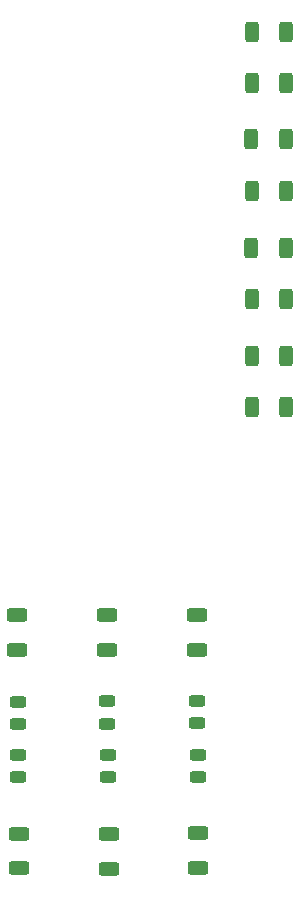
<source format=gbr>
%TF.GenerationSoftware,KiCad,Pcbnew,7.0.6-0*%
%TF.CreationDate,2023-09-22T13:52:59-04:00*%
%TF.ProjectId,SurfaceMounted,53757266-6163-4654-9d6f-756e7465642e,rev?*%
%TF.SameCoordinates,Original*%
%TF.FileFunction,Paste,Top*%
%TF.FilePolarity,Positive*%
%FSLAX46Y46*%
G04 Gerber Fmt 4.6, Leading zero omitted, Abs format (unit mm)*
G04 Created by KiCad (PCBNEW 7.0.6-0) date 2023-09-22 13:52:59*
%MOMM*%
%LPD*%
G01*
G04 APERTURE LIST*
G04 Aperture macros list*
%AMRoundRect*
0 Rectangle with rounded corners*
0 $1 Rounding radius*
0 $2 $3 $4 $5 $6 $7 $8 $9 X,Y pos of 4 corners*
0 Add a 4 corners polygon primitive as box body*
4,1,4,$2,$3,$4,$5,$6,$7,$8,$9,$2,$3,0*
0 Add four circle primitives for the rounded corners*
1,1,$1+$1,$2,$3*
1,1,$1+$1,$4,$5*
1,1,$1+$1,$6,$7*
1,1,$1+$1,$8,$9*
0 Add four rect primitives between the rounded corners*
20,1,$1+$1,$2,$3,$4,$5,0*
20,1,$1+$1,$4,$5,$6,$7,0*
20,1,$1+$1,$6,$7,$8,$9,0*
20,1,$1+$1,$8,$9,$2,$3,0*%
G04 Aperture macros list end*
%ADD10RoundRect,0.243750X0.456250X-0.243750X0.456250X0.243750X-0.456250X0.243750X-0.456250X-0.243750X0*%
%ADD11RoundRect,0.250000X-0.312500X-0.625000X0.312500X-0.625000X0.312500X0.625000X-0.312500X0.625000X0*%
%ADD12RoundRect,0.250000X-0.625000X0.312500X-0.625000X-0.312500X0.625000X-0.312500X0.625000X0.312500X0*%
%ADD13RoundRect,0.243750X-0.456250X0.243750X-0.456250X-0.243750X0.456250X-0.243750X0.456250X0.243750X0*%
%ADD14RoundRect,0.250000X0.625000X-0.312500X0.625000X0.312500X-0.625000X0.312500X-0.625000X-0.312500X0*%
G04 APERTURE END LIST*
D10*
%TO.C,V_LED4*%
X232613200Y-116281200D03*
X232613200Y-114406200D03*
%TD*%
%TO.C,V_LED6*%
X217393200Y-116348700D03*
X217393200Y-114473700D03*
%TD*%
D11*
%TO.C,R1*%
X237206600Y-89458800D03*
X240131600Y-89458800D03*
%TD*%
D12*
%TO.C,V_LED_R3*%
X232660000Y-125580000D03*
X232660000Y-128505000D03*
%TD*%
D13*
%TO.C,V_LED1*%
X217424000Y-118922800D03*
X217424000Y-120797800D03*
%TD*%
D11*
%TO.C,R6*%
X237200000Y-62030000D03*
X240125000Y-62030000D03*
%TD*%
D13*
%TO.C,V_LED2*%
X225040000Y-118922500D03*
X225040000Y-120797500D03*
%TD*%
D11*
%TO.C,R2*%
X237210600Y-80314800D03*
X240135600Y-80314800D03*
%TD*%
D12*
%TO.C,V_LED_R2*%
X225080000Y-125690000D03*
X225080000Y-128615000D03*
%TD*%
D14*
%TO.C,V_LED_R4*%
X232562400Y-110062200D03*
X232562400Y-107137200D03*
%TD*%
D13*
%TO.C,V_LED3*%
X232664000Y-118930000D03*
X232664000Y-120805000D03*
%TD*%
D11*
%TO.C,R4*%
X237210600Y-71170800D03*
X240135600Y-71170800D03*
%TD*%
%TO.C,R3*%
X237206600Y-85140800D03*
X240131600Y-85140800D03*
%TD*%
%TO.C,R5*%
X237159800Y-75996800D03*
X240084800Y-75996800D03*
%TD*%
%TO.C,R7*%
X237147500Y-66850000D03*
X240072500Y-66850000D03*
%TD*%
D12*
%TO.C,V_LED_R1*%
X217520000Y-125630000D03*
X217520000Y-128555000D03*
%TD*%
D14*
%TO.C,V_LED_R5*%
X224993200Y-110062200D03*
X224993200Y-107137200D03*
%TD*%
%TO.C,V_LED_R6*%
X217373200Y-110072900D03*
X217373200Y-107147900D03*
%TD*%
D10*
%TO.C,V_LED5*%
X224983200Y-116301200D03*
X224983200Y-114426200D03*
%TD*%
D11*
%TO.C,R8*%
X237210000Y-57710000D03*
X240135000Y-57710000D03*
%TD*%
M02*

</source>
